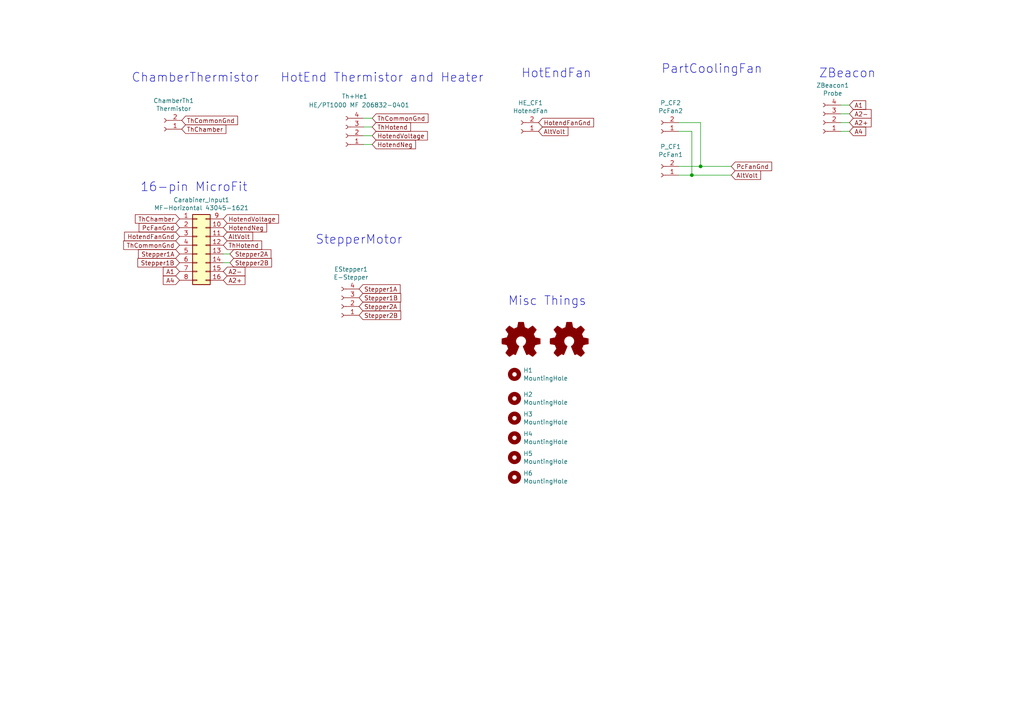
<source format=kicad_sch>
(kicad_sch (version 20211123) (generator eeschema)
  (paper "A4")
  (lib_symbols
    (symbol "Connector:Conn_01x02_Female" (pin_names (offset 1.016) hide)
      (property "Reference" "J" (at 0 2.54 0))
      (property "Value" "Conn_01x02_Female" (at 0 -5.08 0))
      (symbol "Conn_01x02_Female_1_1"
        (arc (start 0 -2.032) (mid -0.508 -2.54) (end 0 -3.048) (stroke (width 0.1524)))
        (polyline (pts (xy -1.27 -2.54) (xy -0.508 -2.54)) (stroke (width 0.1524)))
        (polyline (pts (xy -1.27 0) (xy -0.508 0)) (stroke (width 0.1524)))
        (arc (start 0 0.508) (mid -0.508 0) (end 0 -0.508) (stroke (width 0.1524)))
        (pin passive line (at -5.08 0 0) (length 3.81) (name "Pin_1") (number "1"))
        (pin passive line (at -5.08 -2.54 0) (length 3.81) (name "Pin_2") (number "2"))
      )
    )
    (symbol "Connector:Conn_01x04_Female" (pin_names (offset 1.016) hide)
      (property "Reference" "J" (at 0 5.08 0))
      (property "Value" "Conn_01x04_Female" (at 0 -7.62 0))
      (symbol "Conn_01x04_Female_1_1"
        (arc (start 0 -4.572) (mid -0.508 -5.08) (end 0 -5.588) (stroke (width 0.1524)))
        (arc (start 0 -2.032) (mid -0.508 -2.54) (end 0 -3.048) (stroke (width 0.1524)))
        (polyline (pts (xy -1.27 -5.08) (xy -0.508 -5.08)) (stroke (width 0.1524)))
        (polyline (pts (xy -1.27 -2.54) (xy -0.508 -2.54)) (stroke (width 0.1524)))
        (polyline (pts (xy -1.27 0) (xy -0.508 0)) (stroke (width 0.1524)))
        (polyline (pts (xy -1.27 2.54) (xy -0.508 2.54)) (stroke (width 0.1524)))
        (arc (start 0 0.508) (mid -0.508 0) (end 0 -0.508) (stroke (width 0.1524)))
        (arc (start 0 3.048) (mid -0.508 2.54) (end 0 2.032) (stroke (width 0.1524)))
        (pin passive line (at -5.08 2.54 0) (length 3.81) (name "Pin_1") (number "1"))
        (pin passive line (at -5.08 0 0) (length 3.81) (name "Pin_2") (number "2"))
        (pin passive line (at -5.08 -2.54 0) (length 3.81) (name "Pin_3") (number "3"))
        (pin passive line (at -5.08 -5.08 0) (length 3.81) (name "Pin_4") (number "4"))
      )
    )
    (symbol "Connector_Generic:Conn_02x08_Top_Bottom" (pin_names (offset 1.016) hide)
      (property "Reference" "J" (at 1.27 10.16 0))
      (property "Value" "Conn_02x08_Top_Bottom" (at 1.27 -12.7 0))
      (symbol "Conn_02x08_Top_Bottom_1_1"
        (rectangle (start -1.27 -10.033) (end 0 -10.287) (stroke (width 0.1524)))
        (rectangle (start -1.27 -7.493) (end 0 -7.747) (stroke (width 0.1524)))
        (rectangle (start -1.27 -4.953) (end 0 -5.207) (stroke (width 0.1524)))
        (rectangle (start -1.27 -2.413) (end 0 -2.667) (stroke (width 0.1524)))
        (rectangle (start -1.27 0.127) (end 0 -0.127) (stroke (width 0.1524)))
        (rectangle (start -1.27 2.667) (end 0 2.413) (stroke (width 0.1524)))
        (rectangle (start -1.27 5.207) (end 0 4.953) (stroke (width 0.1524)))
        (rectangle (start -1.27 7.747) (end 0 7.493) (stroke (width 0.1524)))
        (rectangle (start -1.27 8.89) (end 3.81 -11.43) (stroke (width 0.254)) (fill (type background)))
        (rectangle (start 3.81 -10.033) (end 2.54 -10.287) (stroke (width 0.1524)))
        (rectangle (start 3.81 -7.493) (end 2.54 -7.747) (stroke (width 0.1524)))
        (rectangle (start 3.81 -4.953) (end 2.54 -5.207) (stroke (width 0.1524)))
        (rectangle (start 3.81 -2.413) (end 2.54 -2.667) (stroke (width 0.1524)))
        (rectangle (start 3.81 0.127) (end 2.54 -0.127) (stroke (width 0.1524)))
        (rectangle (start 3.81 2.667) (end 2.54 2.413) (stroke (width 0.1524)))
        (rectangle (start 3.81 5.207) (end 2.54 4.953) (stroke (width 0.1524)))
        (rectangle (start 3.81 7.747) (end 2.54 7.493) (stroke (width 0.1524)))
        (pin passive line (at -5.08 7.62 0) (length 3.81) (name "Pin_1") (number "1"))
        (pin passive line (at 7.62 5.08 180) (length 3.81) (name "Pin_10") (number "10"))
        (pin passive line (at 7.62 2.54 180) (length 3.81) (name "Pin_11") (number "11"))
        (pin passive line (at 7.62 0 180) (length 3.81) (name "Pin_12") (number "12"))
        (pin passive line (at 7.62 -2.54 180) (length 3.81) (name "Pin_13") (number "13"))
        (pin passive line (at 7.62 -5.08 180) (length 3.81) (name "Pin_14") (number "14"))
        (pin passive line (at 7.62 -7.62 180) (length 3.81) (name "Pin_15") (number "15"))
        (pin passive line (at 7.62 -10.16 180) (length 3.81) (name "Pin_16") (number "16"))
        (pin passive line (at -5.08 5.08 0) (length 3.81) (name "Pin_2") (number "2"))
        (pin passive line (at -5.08 2.54 0) (length 3.81) (name "Pin_3") (number "3"))
        (pin passive line (at -5.08 0 0) (length 3.81) (name "Pin_4") (number "4"))
        (pin passive line (at -5.08 -2.54 0) (length 3.81) (name "Pin_5") (number "5"))
        (pin passive line (at -5.08 -5.08 0) (length 3.81) (name "Pin_6") (number "6"))
        (pin passive line (at -5.08 -7.62 0) (length 3.81) (name "Pin_7") (number "7"))
        (pin passive line (at -5.08 -10.16 0) (length 3.81) (name "Pin_8") (number "8"))
        (pin passive line (at 7.62 7.62 180) (length 3.81) (name "Pin_9") (number "9"))
      )
    )
    (symbol "Graphic:Logo_Open_Hardware_Small" (pin_names (offset 1.016))
      (symbol "Logo_Open_Hardware_Small_0_1"
        (polyline (pts (xy 3.3528 -4.3434) (xy 3.302 -4.318) (xy 3.175 -4.2418) (xy 2.9972 -4.1148) (xy 2.7686 -3.9624) (xy 2.54 -3.81) (xy 2.3622 -3.7084) (xy 2.2352 -3.6068) (xy 2.1844 -3.5814) (xy 2.159 -3.6068) (xy 2.0574 -3.6576) (xy 1.905 -3.7338) (xy 1.8034 -3.7846) (xy 1.6764 -3.8354) (xy 1.6002 -3.8354) (xy 1.6002 -3.8354) (xy 1.5494 -3.7338) (xy 1.4732 -3.5306) (xy 1.3462 -3.302) (xy 1.2446 -3.0226) (xy 1.1176 -2.7178) (xy 0.9652 -2.413) (xy 0.8636 -2.1082) (xy 0.7366 -1.8288) (xy 0.6604 -1.6256) (xy 0.6096 -1.4732) (xy 0.5842 -1.397) (xy 0.5842 -1.397) (xy 0.6604 -1.3208) (xy 0.7874 -1.2446) (xy 1.0414 -1.016) (xy 1.2954 -0.6858) (xy 1.4478 -0.3302) (xy 1.524 0.0762) (xy 1.4732 0.4572) (xy 1.3208 0.8128) (xy 1.0668 1.143) (xy 0.762 1.3716) (xy 0.4064 1.524) (xy 0 1.5748) (xy -0.381 1.5494) (xy -0.7366 1.397) (xy -1.0668 1.143) (xy -1.2192 0.9906) (xy -1.397 0.6604) (xy -1.524 0.3048) (xy -1.524 0.2286) (xy -1.4986 -0.1778) (xy -1.397 -0.5334) (xy -1.1938 -0.8636) (xy -0.9144 -1.143) (xy -0.8636 -1.1684) (xy -0.7366 -1.27) (xy -0.635 -1.3462) (xy -0.5842 -1.397) (xy -1.0668 -2.5908) (xy -1.143 -2.794) (xy -1.2954 -3.1242) (xy -1.397 -3.4036) (xy -1.4986 -3.6322) (xy -1.5748 -3.7846) (xy -1.6002 -3.8354) (xy -1.6002 -3.8354) (xy -1.651 -3.8354) (xy -1.7272 -3.81) (xy -1.905 -3.7338) (xy -2.0066 -3.683) (xy -2.1336 -3.6068) (xy -2.2098 -3.5814) (xy -2.2606 -3.6068) (xy -2.3622 -3.683) (xy -2.54 -3.81) (xy -2.7686 -3.9624) (xy -2.9718 -4.0894) (xy -3.1496 -4.2164) (xy -3.302 -4.318) (xy -3.3528 -4.3434) (xy -3.3782 -4.3434) (xy -3.429 -4.318) (xy -3.5306 -4.2164) (xy -3.7084 -4.064) (xy -3.937 -3.8354) (xy -3.9624 -3.81) (xy -4.1656 -3.6068) (xy -4.318 -3.4544) (xy -4.4196 -3.3274) (xy -4.445 -3.2766) (xy -4.445 -3.2766) (xy -4.4196 -3.2258) (xy -4.318 -3.0734) (xy -4.2164 -2.8956) (xy -4.064 -2.667) (xy -3.6576 -2.0828) (xy -3.8862 -1.5494) (xy -3.937 -1.3716) (xy -4.0386 -1.1684) (xy -4.0894 -1.0414) (xy -4.1148 -0.9652) (xy -4.191 -0.9398) (xy -4.318 -0.9144) (xy -4.5466 -0.8636) (xy -4.8006 -0.8128) (xy -5.0546 -0.7874) (xy -5.2578 -0.7366) (xy -5.4356 -0.7112) (xy -5.5118 -0.6858) (xy -5.5118 -0.6858) (xy -5.5372 -0.635) (xy -5.5372 -0.5588) (xy -5.5372 -0.4318) (xy -5.5626 -0.2286) (xy -5.5626 0.0762) (xy -5.5626 0.127) (xy -5.5372 0.4064) (xy -5.5372 0.635) (xy -5.5372 0.762) (xy -5.5372 0.8382) (xy -5.5372 0.8382) (xy -5.461 0.8382) (xy -5.3086 0.889) (xy -5.08 0.9144) (xy -4.826 0.9652) (xy -4.8006 0.9906) (xy -4.5466 1.0414) (xy -4.318 1.0668) (xy -4.1656 1.1176) (xy -4.0894 1.143) (xy -4.0894 1.143) (xy -4.0386 1.2446) (xy -3.9624 1.4224) (xy -3.8608 1.6256) (xy -3.7846 1.8288) (xy -3.7084 2.0066) (xy -3.6576 2.159) (xy -3.6322 2.2098) (xy -3.6322 2.2098) (xy -3.683 2.286) (xy -3.7592 2.413) (xy -3.8862 2.5908) (xy -4.064 2.8194) (xy -4.064 2.8448) (xy -4.2164 3.0734) (xy -4.3434 3.2512) (xy -4.4196 3.3782) (xy -4.445 3.4544) (xy -4.445 3.4544) (xy -4.3942 3.5052) (xy -4.2926 3.6322) (xy -4.1148 3.81) (xy -3.937 4.0132) (xy -3.8608 4.064) (xy -3.6576 4.2926) (xy -3.5052 4.4196) (xy -3.4036 4.4958) (xy -3.3528 4.5212) (xy -3.3528 4.5212) (xy -3.302 4.4704) (xy -3.1496 4.3688) (xy -2.9718 4.2418) (xy -2.7432 4.0894) (xy -2.7178 4.0894) (xy -2.4892 3.937) (xy -2.3114 3.81) (xy -2.1844 3.7084) (xy -2.1336 3.683) (xy -2.1082 3.683) (xy -2.032 3.7084) (xy -1.8542 3.7592) (xy -1.6764 3.8354) (xy -1.4732 3.937) (xy -1.27 4.0132) (xy -1.143 4.064) (xy -1.0668 4.1148) (xy -1.0668 4.1148) (xy -1.0414 4.191) (xy -1.016 4.3434) (xy -0.9652 4.572) (xy -0.9144 4.8514) (xy -0.889 4.9022) (xy -0.8382 5.1562) (xy -0.8128 5.3848) (xy -0.7874 5.5372) (xy -0.762 5.588) (xy -0.7112 5.6134) (xy -0.5842 5.6134) (xy -0.4064 5.6134) (xy -0.1524 5.6134) (xy 0.0762 5.6134) (xy 0.3302 5.6134) (xy 0.5334 5.6134) (xy 0.6858 5.588) (xy 0.7366 5.588) (xy 0.7366 5.588) (xy 0.762 5.5118) (xy 0.8128 5.334) (xy 0.8382 5.1054) (xy 0.9144 4.826) (xy 0.9144 4.7752) (xy 0.9652 4.5212) (xy 1.016 4.2926) (xy 1.0414 4.1402) (xy 1.0668 4.0894) (xy 1.0668 4.0894) (xy 1.1938 4.0386) (xy 1.3716 3.9624) (xy 1.5748 3.8608) (xy 2.0828 3.6576) (xy 2.7178 4.0894) (xy 2.7686 4.1402) (xy 2.9972 4.2926) (xy 3.175 4.4196) (xy 3.302 4.4958) (xy 3.3782 4.5212) (xy 3.3782 4.5212) (xy 3.429 4.4704) (xy 3.556 4.3434) (xy 3.7338 4.191) (xy 3.9116 3.9878) (xy 4.064 3.8354) (xy 4.2418 3.6576) (xy 4.3434 3.556) (xy 4.4196 3.4798) (xy 4.4196 3.429) (xy 4.4196 3.4036) (xy 4.3942 3.3274) (xy 4.2926 3.2004) (xy 4.1656 2.9972) (xy 4.0132 2.794) (xy 3.8862 2.5908) (xy 3.7592 2.3876) (xy 3.6576 2.2352) (xy 3.6322 2.159) (xy 3.6322 2.1336) (xy 3.683 2.0066) (xy 3.7592 1.8288) (xy 3.8608 1.6002) (xy 4.064 1.1176) (xy 4.3942 1.0414) (xy 4.5974 1.016) (xy 4.8768 0.9652) (xy 5.1308 0.9144) (xy 5.5372 0.8382) (xy 5.5626 -0.6604) (xy 5.4864 -0.6858) (xy 5.4356 -0.6858) (xy 5.2832 -0.7366) (xy 5.0546 -0.762) (xy 4.8006 -0.8128) (xy 4.5974 -0.8636) (xy 4.3688 -0.9144) (xy 4.2164 -0.9398) (xy 4.1402 -0.9398) (xy 4.1148 -0.9652) (xy 4.064 -1.0668) (xy 3.9878 -1.2446) (xy 3.9116 -1.4478) (xy 3.81 -1.651) (xy 3.7338 -1.8542) (xy 3.683 -2.0066) (xy 3.6576 -2.0828) (xy 3.683 -2.1336) (xy 3.7846 -2.2606) (xy 3.8862 -2.4638) (xy 4.0386 -2.667) (xy 4.191 -2.8956) (xy 4.318 -3.0734) (xy 4.3942 -3.2004) (xy 4.445 -3.2766) (xy 4.4196 -3.3274) (xy 4.3434 -3.429) (xy 4.1656 -3.5814) (xy 3.937 -3.8354) (xy 3.8862 -3.8608) (xy 3.683 -4.064) (xy 3.5306 -4.2164) (xy 3.4036 -4.318) (xy 3.3528 -4.3434)) (fill (type outline)))
      )
    )
    (symbol "Mechanical:MountingHole" (pin_names (offset 1.016))
      (property "Reference" "H" (at 0 5.08 0))
      (property "Value" "MountingHole" (at 0 3.175 0))
      (symbol "MountingHole_0_1"
        (circle (center 0 0) (radius 1.27) (stroke (width 1.27)))
      )
    )
  )
  (junction (at 203.2 48.26))
  (junction (at 200.66 50.8))
  (wire (pts (xy 64.77 73.66) (xy 66.675 73.66)))
  (wire (pts (xy 243.84 38.1) (xy 246.38 38.1)))
  (wire (pts (xy 105.41 39.37) (xy 107.95 39.37)))
  (wire (pts (xy 203.2 48.26) (xy 212.09 48.26)))
  (wire (pts (xy 105.41 36.83) (xy 107.95 36.83)))
  (wire (pts (xy 200.66 50.8) (xy 212.09 50.8)))
  (wire (pts (xy 203.2 35.56) (xy 203.2 48.26)))
  (wire (pts (xy 196.85 50.8) (xy 200.66 50.8)))
  (wire (pts (xy 243.84 33.02) (xy 246.38 33.02)))
  (wire (pts (xy 196.85 48.26) (xy 203.2 48.26)))
  (wire (pts (xy 105.41 41.91) (xy 107.95 41.91)))
  (wire (pts (xy 246.38 30.48) (xy 243.84 30.48)))
  (wire (pts (xy 64.77 76.2) (xy 66.675 76.2)))
  (wire (pts (xy 196.85 38.1) (xy 200.66 38.1)))
  (wire (pts (xy 200.66 38.1) (xy 200.66 50.8)))
  (wire (pts (xy 196.85 35.56) (xy 203.2 35.56)))
  (wire (pts (xy 243.84 35.56) (xy 246.38 35.56)))
  (wire (pts (xy 105.41 34.29) (xy 107.95 34.29)))
  (text "HotEndFan" (at 151.13 22.86 0) (effects (font (size 2.5654 2.5654)) (justify left bottom)))
  (text "ZBeacon" (at 237.49 22.86 0) (effects (font (size 2.5654 2.5654)) (justify left bottom)))
  (text "16-pin MicroFit" (at 40.64 55.88 0) (effects (font (size 2.5654 2.5654)) (justify left bottom)))
  (text "HotEnd Thermistor and Heater" (at 81.28 24.13 0) (effects (font (size 2.5654 2.5654)) (justify left bottom)))
  (text "StepperMotor" (at 91.44 71.12 0) (effects (font (size 2.5654 2.5654)) (justify left bottom)))
  (text "Misc Things" (at 147.32 88.9 0) (effects (font (size 2.5654 2.5654)) (justify left bottom)))
  (text "PartCoolingFan" (at 191.77 21.59 0) (effects (font (size 2.5654 2.5654)) (justify left bottom)))
  (text "ChamberThermistor" (at 38.1 24.13 0) (effects (font (size 2.5654 2.5654)) (justify left bottom)))
  (global_label "PcFanGnd" (shape input) (at 212.09 48.26 0) (property "Intersheet References" "${INTERSHEET_REFS}" (effects hide)))
  (global_label "HotendNeg" (shape input) (at 107.95 41.91 0) (property "Intersheet References" "${INTERSHEET_REFS}" (effects hide)))
  (global_label "Stepper2B" (shape input) (at 104.14 91.44 0) (property "Intersheet References" "${INTERSHEET_REFS}" (effects hide)))
  (global_label "HotendVoltage" (shape input) (at 107.95 39.37 0) (property "Intersheet References" "${INTERSHEET_REFS}" (effects hide)))
  (global_label "PcFanGnd" (shape input) (at 52.07 66.04 180) (property "Intersheet References" "${INTERSHEET_REFS}" (effects hide)))
  (global_label "ThChamber" (shape input) (at 52.07 63.5 180) (property "Intersheet References" "${INTERSHEET_REFS}" (effects hide)))
  (global_label "AltVolt" (shape input) (at 64.77 68.58 0) (property "Intersheet References" "${INTERSHEET_REFS}" (effects hide)))
  (global_label "Stepper1B" (shape input) (at 52.07 76.2 180) (property "Intersheet References" "${INTERSHEET_REFS}" (effects hide)))
  (global_label "Stepper2B" (shape input) (at 66.675 76.2 0) (property "Intersheet References" "${INTERSHEET_REFS}" (effects hide)))
  (global_label "A4" (shape input) (at 52.07 81.28 180) (property "Intersheet References" "${INTERSHEET_REFS}" (effects hide)))
  (global_label "AltVolt" (shape input) (at 212.09 50.8 0) (property "Intersheet References" "${INTERSHEET_REFS}" (effects hide)))
  (global_label "ThCommonGnd" (shape input) (at 52.705 34.925 0) (property "Intersheet References" "${INTERSHEET_REFS}" (effects hide)))
  (global_label "A2+" (shape input) (at 246.38 35.56 0) (property "Intersheet References" "${INTERSHEET_REFS}" (effects hide)))
  (global_label "Stepper1B" (shape input) (at 104.14 86.36 0) (property "Intersheet References" "${INTERSHEET_REFS}" (effects hide)))
  (global_label "Stepper2A" (shape input) (at 104.14 88.9 0) (property "Intersheet References" "${INTERSHEET_REFS}" (effects hide)))
  (global_label "Stepper2A" (shape input) (at 66.675 73.66 0) (property "Intersheet References" "${INTERSHEET_REFS}" (effects hide)))
  (global_label "A1" (shape input) (at 246.38 30.48 0) (property "Intersheet References" "${INTERSHEET_REFS}" (effects hide)))
  (global_label "Stepper1A" (shape input) (at 104.14 83.82 0) (property "Intersheet References" "${INTERSHEET_REFS}" (effects hide)))
  (global_label "A2-" (shape input) (at 246.38 33.02 0) (property "Intersheet References" "${INTERSHEET_REFS}" (effects hide)))
  (global_label "A4" (shape input) (at 246.38 38.1 0) (property "Intersheet References" "${INTERSHEET_REFS}" (effects hide)))
  (global_label "ThHotend" (shape input) (at 107.95 36.83 0) (property "Intersheet References" "${INTERSHEET_REFS}" (effects hide)))
  (global_label "ThCommonGnd" (shape input) (at 107.95 34.29 0) (property "Intersheet References" "${INTERSHEET_REFS}" (effects hide)))
  (global_label "ThHotend" (shape input) (at 64.77 71.12 0) (property "Intersheet References" "${INTERSHEET_REFS}" (effects hide)))
  (global_label "AltVolt" (shape input) (at 156.21 38.1 0) (property "Intersheet References" "${INTERSHEET_REFS}" (effects hide)))
  (global_label "HotendNeg" (shape input) (at 64.77 66.04 0) (property "Intersheet References" "${INTERSHEET_REFS}" (effects hide)))
  (global_label "HotendFanGnd" (shape input) (at 52.07 68.58 180) (property "Intersheet References" "${INTERSHEET_REFS}" (effects hide)))
  (global_label "A2-" (shape input) (at 64.77 78.74 0) (property "Intersheet References" "${INTERSHEET_REFS}" (effects hide)))
  (global_label "ThCommonGnd" (shape input) (at 52.07 71.12 180) (property "Intersheet References" "${INTERSHEET_REFS}" (effects hide)))
  (global_label "A2+" (shape input) (at 64.77 81.28 0) (property "Intersheet References" "${INTERSHEET_REFS}" (effects hide)))
  (global_label "ThChamber" (shape input) (at 52.705 37.465 0) (property "Intersheet References" "${INTERSHEET_REFS}" (effects hide)))
  (global_label "A1" (shape input) (at 52.07 78.74 180) (property "Intersheet References" "${INTERSHEET_REFS}" (effects hide)))
  (global_label "Stepper1A" (shape input) (at 52.07 73.66 180) (property "Intersheet References" "${INTERSHEET_REFS}" (effects hide)))
  (global_label "HotendVoltage" (shape input) (at 64.77 63.5 0) (property "Intersheet References" "${INTERSHEET_REFS}" (effects hide)))
  (global_label "HotendFanGnd" (shape input) (at 156.21 35.56 0) (property "Intersheet References" "${INTERSHEET_REFS}" (effects hide)))
  (symbol (lib_id "Connector:Conn_01x02_Female") (at 191.77 50.8 180) (unit 1)
    (property "Reference" "P_CF1" (at 194.5132 42.545 0))
    (property "Value" "PcFan1" (at 194.5132 44.8564 0))
    (property "Footprint" "Connector_JST:JST_XH_B2B-XH-A_1x02_P2.50mm_Vertical" (effects hide))
  )
  (symbol (lib_id "Connector:Conn_01x02_Female") (at 151.13 38.1 180) (unit 1)
    (property "Reference" "HE_CF1" (at 153.8732 29.845 0))
    (property "Value" "HotendFan" (at 153.8732 32.1564 0))
    (property "Footprint" "Connector_JST:JST_XH_B2B-XH-A_1x02_P2.50mm_Vertical" (effects hide))
  )
  (symbol (lib_id "Connector:Conn_01x04_Female") (at 238.76 35.56 180) (unit 1)
    (property "Reference" "ZBeacon1" (at 241.5032 24.765 0))
    (property "Value" "Probe" (at 241.5032 27.0764 0))
    (property "Footprint" "Connector_JST:JST_XH_B4B-XH-A_1x04_P2.50mm_Vertical" (effects hide))
  )
  (symbol (lib_id "Connector:Conn_01x04_Female") (at 99.06 88.9 180) (unit 1)
    (property "Reference" "EStepper1" (at 101.8032 78.105 0))
    (property "Value" "E-Stepper" (at 101.8032 80.4164 0))
    (property "Footprint" "Connector_JST:JST_XH_B4B-XH-A_1x04_P2.50mm_Vertical" (effects hide))
  )
  (symbol (lib_id "Mechanical:MountingHole") (at 149.225 108.585 0) (unit 1)
    (property "Reference" "H1" (at 151.765 107.4166 0) (effects (justify left)))
    (property "Value" "MountingHole" (at 151.765 109.728 0) (effects (justify left)))
    (property "Footprint" "MountingHole:MountingHole_4.5mm_Pad" (effects hide))
  )
  (symbol (lib_id "Mechanical:MountingHole") (at 149.225 115.57 0) (unit 1)
    (property "Reference" "H2" (at 151.765 114.4016 0) (effects (justify left)))
    (property "Value" "MountingHole" (at 151.765 116.713 0) (effects (justify left)))
    (property "Footprint" "MountingHole:MountingHole_4.5mm_Pad" (effects hide))
  )
  (symbol (lib_id "Connector:Conn_01x02_Female") (at 47.625 37.465 180) (unit 1)
    (property "Reference" "ChamberTh1" (at 50.3682 29.21 0))
    (property "Value" "Thermistor" (at 50.3682 31.5214 0))
    (property "Footprint" "Annex:0603_to_1206_THT" (effects hide))
  )
  (symbol (lib_id "Connector:Conn_01x04_Female") (at 100.33 39.37 180) (unit 1)
    (property "Reference" "Th+He1" (at 102.87 27.94 0))
    (property "Value" "HE/PT1000 MF 206832-0401" (at 104.14 30.48 0))
    (property "Footprint" "Connector_Molex:Molex_Micro-Fit_3.0_43045-0412_2x02_P3.00mm_Vertical" (effects hide))
  )
  (symbol (lib_id "Connector_Generic:Conn_02x08_Top_Bottom") (at 57.15 71.12 0) (unit 1)
    (property "Reference" "Carabiner_Input1" (at 58.42 57.9882 0))
    (property "Value" "MF-Horizontal 43045-1621" (at 58.42 60.2996 0))
    (property "Footprint" "Connector_Molex:Molex_Micro-Fit_3.0_43045-1600_2x08_P3.00mm_Horizontal" (effects hide))
  )
  (symbol (lib_id "Graphic:Logo_Open_Hardware_Small") (at 151.13 99.06 0) (unit 1)
    (property "Reference" "LOGO1" (effects hide))
    (property "Value" "Logo_Open_Hardware_Small" (effects hide))
    (property "Footprint" "ANNEX:AnnexLogoFSilk" (effects hide))
  )
  (symbol (lib_id "Graphic:Logo_Open_Hardware_Small") (at 165.1 99.06 0) (unit 1)
    (property "Reference" "LOGO2" (effects hide))
    (property "Value" "Logo_Open_Hardware_Small" (effects hide))
    (property "Footprint" "ANNEX:AnnexLogoFSilk" (effects hide))
  )
  (symbol (lib_id "Mechanical:MountingHole") (at 149.225 127 0) (unit 1)
    (property "Reference" "H4" (at 151.765 125.8316 0) (effects (justify left)))
    (property "Value" "MountingHole" (at 151.765 128.143 0) (effects (justify left)))
    (property "Footprint" "MountingHole:MountingHole_3.5mm_Pad" (effects hide))
  )
  (symbol (lib_id "Mechanical:MountingHole") (at 149.225 138.43 0) (unit 1)
    (property "Reference" "H6" (at 151.765 137.2616 0) (effects (justify left)))
    (property "Value" "MountingHole" (at 151.765 139.573 0) (effects (justify left)))
    (property "Footprint" "MountingHole:MountingHole_3.5mm_Pad" (effects hide))
  )
  (symbol (lib_id "Connector:Conn_01x02_Female") (at 191.77 38.1 180) (unit 1)
    (property "Reference" "P_CF2" (at 194.5132 29.845 0))
    (property "Value" "PcFan2" (at 194.5132 32.1564 0))
    (property "Footprint" "Connector_JST:JST_XH_B2B-XH-A_1x02_P2.50mm_Vertical" (effects hide))
  )
  (symbol (lib_id "Mechanical:MountingHole") (at 149.225 132.715 0) (unit 1)
    (property "Reference" "H5" (at 151.765 131.5466 0) (effects (justify left)))
    (property "Value" "MountingHole" (at 151.765 133.858 0) (effects (justify left)))
    (property "Footprint" "MountingHole:MountingHole_3.5mm_Pad" (effects hide))
  )
  (symbol (lib_id "Mechanical:MountingHole") (at 149.225 121.285 0) (unit 1)
    (property "Reference" "H3" (at 151.765 120.1166 0) (effects (justify left)))
    (property "Value" "MountingHole" (at 151.765 122.428 0) (effects (justify left)))
    (property "Footprint" "MountingHole:MountingHole_3.5mm_Pad" (effects hide))
  )
)
</source>
